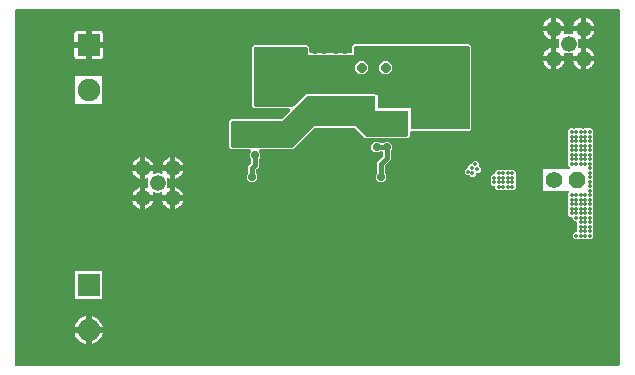
<source format=gbr>
G04 EAGLE Gerber RS-274X export*
G75*
%MOMM*%
%FSLAX34Y34*%
%LPD*%
%INBottom Copper*%
%IPPOS*%
%AMOC8*
5,1,8,0,0,1.08239X$1,22.5*%
G01*
%ADD10P,1.515346X8X202.500000*%
%ADD11C,1.400000*%
%ADD12R,1.905000X1.905000*%
%ADD13C,1.905000*%
%ADD14C,1.333500*%
%ADD15P,0.649434X8X22.500000*%
%ADD16C,0.381000*%
%ADD17P,0.324717X8X22.500000*%
%ADD18P,0.865912X8X22.500000*%

G36*
X511928Y1286D02*
X511928Y1286D01*
X512047Y1293D01*
X512085Y1306D01*
X512126Y1311D01*
X512236Y1354D01*
X512349Y1391D01*
X512384Y1413D01*
X512421Y1428D01*
X512517Y1497D01*
X512618Y1561D01*
X512646Y1591D01*
X512679Y1614D01*
X512755Y1706D01*
X512836Y1793D01*
X512856Y1828D01*
X512881Y1859D01*
X512932Y1967D01*
X512990Y2071D01*
X513000Y2111D01*
X513017Y2147D01*
X513039Y2264D01*
X513069Y2379D01*
X513073Y2439D01*
X513077Y2459D01*
X513075Y2480D01*
X513079Y2540D01*
X513079Y302260D01*
X513064Y302378D01*
X513057Y302497D01*
X513044Y302535D01*
X513039Y302576D01*
X512996Y302686D01*
X512959Y302799D01*
X512937Y302834D01*
X512922Y302871D01*
X512853Y302967D01*
X512789Y303068D01*
X512759Y303096D01*
X512736Y303129D01*
X512644Y303205D01*
X512557Y303286D01*
X512522Y303306D01*
X512491Y303331D01*
X512383Y303382D01*
X512279Y303440D01*
X512239Y303450D01*
X512203Y303467D01*
X512086Y303489D01*
X511971Y303519D01*
X511911Y303523D01*
X511891Y303527D01*
X511870Y303525D01*
X511810Y303529D01*
X2540Y303529D01*
X2422Y303514D01*
X2303Y303507D01*
X2265Y303494D01*
X2224Y303489D01*
X2114Y303446D01*
X2001Y303409D01*
X1966Y303387D01*
X1929Y303372D01*
X1833Y303303D01*
X1732Y303239D01*
X1704Y303209D01*
X1671Y303186D01*
X1595Y303094D01*
X1514Y303007D01*
X1494Y302972D01*
X1469Y302941D01*
X1418Y302833D01*
X1360Y302729D01*
X1350Y302689D01*
X1333Y302653D01*
X1311Y302536D01*
X1281Y302421D01*
X1277Y302361D01*
X1273Y302341D01*
X1275Y302320D01*
X1271Y302260D01*
X1271Y2540D01*
X1286Y2422D01*
X1293Y2303D01*
X1306Y2265D01*
X1311Y2224D01*
X1354Y2114D01*
X1391Y2001D01*
X1413Y1966D01*
X1428Y1929D01*
X1497Y1833D01*
X1561Y1732D01*
X1591Y1704D01*
X1614Y1671D01*
X1706Y1595D01*
X1793Y1514D01*
X1828Y1494D01*
X1859Y1469D01*
X1967Y1418D01*
X2071Y1360D01*
X2111Y1350D01*
X2147Y1333D01*
X2264Y1311D01*
X2379Y1281D01*
X2439Y1277D01*
X2459Y1273D01*
X2480Y1275D01*
X2540Y1271D01*
X511810Y1271D01*
X511928Y1286D01*
G37*
%LPC*%
G36*
X200056Y156765D02*
X200056Y156765D01*
X197405Y159416D01*
X197405Y163164D01*
X198128Y163887D01*
X198189Y163966D01*
X198257Y164038D01*
X198286Y164091D01*
X198323Y164139D01*
X198363Y164230D01*
X198411Y164316D01*
X198426Y164375D01*
X198450Y164431D01*
X198465Y164529D01*
X198490Y164624D01*
X198496Y164724D01*
X198500Y164745D01*
X198498Y164757D01*
X198500Y164785D01*
X198500Y170331D01*
X200669Y172499D01*
X200729Y172577D01*
X200797Y172649D01*
X200826Y172702D01*
X200863Y172750D01*
X200903Y172841D01*
X200951Y172928D01*
X200966Y172986D01*
X200990Y173042D01*
X201005Y173140D01*
X201030Y173236D01*
X201036Y173336D01*
X201040Y173356D01*
X201038Y173368D01*
X201040Y173396D01*
X201040Y176210D01*
X201028Y176308D01*
X201025Y176407D01*
X201008Y176466D01*
X201000Y176526D01*
X200964Y176618D01*
X200936Y176713D01*
X200906Y176765D01*
X200883Y176821D01*
X200825Y176901D01*
X200775Y176987D01*
X200709Y177062D01*
X200697Y177079D01*
X200687Y177087D01*
X200668Y177108D01*
X199945Y177831D01*
X199945Y181579D01*
X200857Y182491D01*
X200941Y182600D01*
X201030Y182707D01*
X201039Y182726D01*
X201052Y182742D01*
X201107Y182869D01*
X201166Y182995D01*
X201170Y183015D01*
X201178Y183034D01*
X201200Y183172D01*
X201226Y183308D01*
X201225Y183328D01*
X201228Y183348D01*
X201215Y183487D01*
X201206Y183625D01*
X201200Y183644D01*
X201198Y183664D01*
X201151Y183796D01*
X201108Y183927D01*
X201097Y183945D01*
X201090Y183964D01*
X201012Y184079D01*
X200938Y184196D01*
X200923Y184210D01*
X200912Y184227D01*
X200807Y184319D01*
X200706Y184414D01*
X200689Y184424D01*
X200673Y184437D01*
X200549Y184501D01*
X200428Y184568D01*
X200408Y184573D01*
X200390Y184582D01*
X200254Y184612D01*
X200120Y184647D01*
X200092Y184649D01*
X200080Y184652D01*
X200059Y184651D01*
X199959Y184657D01*
X184262Y184657D01*
X182625Y186294D01*
X182625Y208676D01*
X184262Y210313D01*
X226155Y210313D01*
X226253Y210325D01*
X226352Y210328D01*
X226410Y210345D01*
X226470Y210353D01*
X226562Y210389D01*
X226657Y210417D01*
X226710Y210447D01*
X226766Y210470D01*
X226846Y210528D01*
X226931Y210578D01*
X227007Y210644D01*
X227023Y210656D01*
X227031Y210666D01*
X227052Y210684D01*
X233656Y217289D01*
X233741Y217398D01*
X233830Y217505D01*
X233839Y217524D01*
X233851Y217540D01*
X233907Y217668D01*
X233966Y217793D01*
X233969Y217813D01*
X233977Y217832D01*
X233999Y217970D01*
X234025Y218106D01*
X234024Y218126D01*
X234027Y218146D01*
X234014Y218285D01*
X234006Y218423D01*
X233999Y218442D01*
X233998Y218462D01*
X233950Y218594D01*
X233908Y218725D01*
X233897Y218743D01*
X233890Y218762D01*
X233812Y218877D01*
X233737Y218994D01*
X233723Y219008D01*
X233711Y219025D01*
X233607Y219117D01*
X233506Y219212D01*
X233488Y219222D01*
X233473Y219235D01*
X233349Y219299D01*
X233227Y219366D01*
X233208Y219371D01*
X233190Y219380D01*
X233054Y219410D01*
X232919Y219445D01*
X232891Y219447D01*
X232879Y219450D01*
X232859Y219449D01*
X232759Y219455D01*
X203312Y219455D01*
X201675Y221092D01*
X201675Y271414D01*
X203312Y273051D01*
X248808Y273051D01*
X250445Y271414D01*
X250445Y267208D01*
X250460Y267090D01*
X250467Y266971D01*
X250480Y266933D01*
X250485Y266892D01*
X250528Y266782D01*
X250565Y266669D01*
X250587Y266634D01*
X250602Y266597D01*
X250671Y266501D01*
X250735Y266400D01*
X250765Y266372D01*
X250788Y266339D01*
X250880Y266263D01*
X250967Y266182D01*
X251002Y266162D01*
X251033Y266137D01*
X251141Y266086D01*
X251245Y266028D01*
X251285Y266018D01*
X251321Y266001D01*
X251438Y265979D01*
X251553Y265949D01*
X251613Y265945D01*
X251633Y265941D01*
X251654Y265943D01*
X251714Y265939D01*
X285496Y265939D01*
X285614Y265954D01*
X285733Y265961D01*
X285771Y265974D01*
X285812Y265979D01*
X285922Y266022D01*
X286035Y266059D01*
X286070Y266081D01*
X286107Y266096D01*
X286203Y266165D01*
X286304Y266229D01*
X286332Y266259D01*
X286365Y266282D01*
X286441Y266374D01*
X286522Y266461D01*
X286542Y266496D01*
X286567Y266527D01*
X286618Y266635D01*
X286676Y266739D01*
X286686Y266779D01*
X286703Y266815D01*
X286725Y266932D01*
X286755Y267047D01*
X286759Y267107D01*
X286763Y267127D01*
X286761Y267148D01*
X286765Y267208D01*
X286765Y271922D01*
X288402Y273559D01*
X385968Y273559D01*
X387605Y271922D01*
X387605Y201788D01*
X385968Y200151D01*
X336804Y200151D01*
X336686Y200136D01*
X336567Y200129D01*
X336529Y200116D01*
X336488Y200111D01*
X336378Y200068D01*
X336265Y200031D01*
X336230Y200009D01*
X336193Y199994D01*
X336097Y199925D01*
X335996Y199861D01*
X335968Y199831D01*
X335935Y199808D01*
X335859Y199716D01*
X335778Y199629D01*
X335758Y199594D01*
X335733Y199563D01*
X335682Y199455D01*
X335624Y199351D01*
X335614Y199311D01*
X335597Y199275D01*
X335575Y199158D01*
X335545Y199043D01*
X335541Y198983D01*
X335537Y198963D01*
X335539Y198942D01*
X335535Y198882D01*
X335535Y195692D01*
X333898Y194055D01*
X297800Y194055D01*
X289028Y202828D01*
X288950Y202888D01*
X288878Y202956D01*
X288825Y202985D01*
X288777Y203022D01*
X288686Y203062D01*
X288599Y203110D01*
X288541Y203125D01*
X288485Y203149D01*
X288387Y203164D01*
X288291Y203189D01*
X288191Y203195D01*
X288171Y203199D01*
X288159Y203197D01*
X288131Y203199D01*
X255937Y203199D01*
X255839Y203187D01*
X255740Y203184D01*
X255682Y203167D01*
X255622Y203159D01*
X255530Y203123D01*
X255435Y203095D01*
X255382Y203065D01*
X255326Y203042D01*
X255246Y202984D01*
X255161Y202934D01*
X255085Y202868D01*
X255069Y202856D01*
X255061Y202846D01*
X255040Y202828D01*
X236870Y184657D01*
X208981Y184657D01*
X208843Y184640D01*
X208705Y184627D01*
X208686Y184620D01*
X208665Y184617D01*
X208536Y184566D01*
X208405Y184519D01*
X208388Y184508D01*
X208370Y184500D01*
X208257Y184419D01*
X208142Y184341D01*
X208129Y184325D01*
X208112Y184314D01*
X208024Y184206D01*
X207932Y184102D01*
X207922Y184084D01*
X207910Y184069D01*
X207850Y183943D01*
X207787Y183819D01*
X207783Y183799D01*
X207774Y183781D01*
X207748Y183644D01*
X207717Y183509D01*
X207718Y183488D01*
X207714Y183469D01*
X207723Y183330D01*
X207727Y183191D01*
X207733Y183171D01*
X207734Y183151D01*
X207777Y183019D01*
X207815Y182885D01*
X207826Y182868D01*
X207832Y182849D01*
X207906Y182731D01*
X207977Y182611D01*
X207996Y182590D01*
X208002Y182580D01*
X208017Y182566D01*
X208083Y182491D01*
X208995Y181579D01*
X208995Y177831D01*
X208272Y177108D01*
X208211Y177029D01*
X208143Y176957D01*
X208114Y176904D01*
X208077Y176856D01*
X208037Y176765D01*
X207989Y176679D01*
X207974Y176620D01*
X207950Y176564D01*
X207935Y176466D01*
X207910Y176371D01*
X207904Y176271D01*
X207900Y176250D01*
X207902Y176238D01*
X207900Y176210D01*
X207900Y170029D01*
X205731Y167861D01*
X205671Y167783D01*
X205603Y167711D01*
X205574Y167658D01*
X205537Y167610D01*
X205497Y167519D01*
X205449Y167432D01*
X205434Y167374D01*
X205410Y167318D01*
X205395Y167220D01*
X205370Y167124D01*
X205364Y167024D01*
X205360Y167004D01*
X205362Y166992D01*
X205360Y166964D01*
X205360Y164785D01*
X205372Y164687D01*
X205375Y164588D01*
X205392Y164529D01*
X205400Y164469D01*
X205436Y164377D01*
X205464Y164282D01*
X205494Y164230D01*
X205517Y164174D01*
X205575Y164094D01*
X205625Y164008D01*
X205691Y163933D01*
X205703Y163916D01*
X205713Y163908D01*
X205732Y163887D01*
X206455Y163164D01*
X206455Y159416D01*
X203804Y156765D01*
X200056Y156765D01*
G37*
%LPD*%
G36*
X384928Y201692D02*
X384928Y201692D01*
X385047Y201699D01*
X385085Y201712D01*
X385126Y201717D01*
X385236Y201760D01*
X385349Y201797D01*
X385384Y201819D01*
X385421Y201834D01*
X385517Y201904D01*
X385618Y201967D01*
X385646Y201997D01*
X385679Y202020D01*
X385755Y202112D01*
X385836Y202199D01*
X385856Y202234D01*
X385881Y202265D01*
X385932Y202373D01*
X385990Y202477D01*
X386000Y202517D01*
X386017Y202553D01*
X386039Y202670D01*
X386069Y202785D01*
X386073Y202846D01*
X386077Y202866D01*
X386075Y202886D01*
X386079Y202946D01*
X386079Y270764D01*
X386064Y270882D01*
X386057Y271001D01*
X386044Y271039D01*
X386039Y271080D01*
X385996Y271190D01*
X385959Y271303D01*
X385937Y271338D01*
X385922Y271375D01*
X385853Y271471D01*
X385789Y271572D01*
X385759Y271600D01*
X385736Y271633D01*
X385644Y271709D01*
X385557Y271790D01*
X385522Y271810D01*
X385491Y271835D01*
X385383Y271886D01*
X385279Y271944D01*
X385239Y271954D01*
X385203Y271971D01*
X385086Y271993D01*
X384971Y272023D01*
X384911Y272027D01*
X384891Y272031D01*
X384870Y272029D01*
X384810Y272033D01*
X289560Y272033D01*
X289442Y272018D01*
X289323Y272011D01*
X289285Y271998D01*
X289244Y271993D01*
X289134Y271950D01*
X289021Y271913D01*
X288986Y271891D01*
X288949Y271876D01*
X288853Y271807D01*
X288752Y271743D01*
X288724Y271713D01*
X288691Y271690D01*
X288616Y271598D01*
X288534Y271511D01*
X288514Y271476D01*
X288489Y271445D01*
X288438Y271337D01*
X288380Y271233D01*
X288370Y271193D01*
X288353Y271157D01*
X288331Y271040D01*
X288301Y270925D01*
X288297Y270865D01*
X288293Y270845D01*
X288295Y270824D01*
X288291Y270764D01*
X288291Y264413D01*
X248919Y264413D01*
X248919Y270256D01*
X248904Y270374D01*
X248897Y270493D01*
X248884Y270531D01*
X248879Y270572D01*
X248836Y270682D01*
X248799Y270795D01*
X248777Y270830D01*
X248762Y270867D01*
X248693Y270963D01*
X248629Y271064D01*
X248599Y271092D01*
X248576Y271125D01*
X248484Y271201D01*
X248397Y271282D01*
X248362Y271302D01*
X248331Y271327D01*
X248223Y271378D01*
X248119Y271436D01*
X248079Y271446D01*
X248043Y271463D01*
X247926Y271485D01*
X247811Y271515D01*
X247751Y271519D01*
X247731Y271523D01*
X247710Y271521D01*
X247650Y271525D01*
X204470Y271525D01*
X204352Y271510D01*
X204233Y271503D01*
X204195Y271490D01*
X204154Y271485D01*
X204044Y271442D01*
X203931Y271405D01*
X203896Y271383D01*
X203859Y271368D01*
X203763Y271299D01*
X203662Y271235D01*
X203634Y271205D01*
X203601Y271182D01*
X203526Y271090D01*
X203444Y271003D01*
X203424Y270968D01*
X203399Y270937D01*
X203348Y270829D01*
X203290Y270725D01*
X203280Y270685D01*
X203263Y270649D01*
X203241Y270532D01*
X203211Y270417D01*
X203207Y270357D01*
X203203Y270337D01*
X203205Y270316D01*
X203203Y270297D01*
X203201Y270256D01*
X203201Y222250D01*
X203216Y222132D01*
X203223Y222013D01*
X203236Y221975D01*
X203241Y221934D01*
X203284Y221824D01*
X203321Y221711D01*
X203343Y221676D01*
X203358Y221639D01*
X203428Y221543D01*
X203491Y221442D01*
X203521Y221414D01*
X203544Y221381D01*
X203636Y221306D01*
X203723Y221224D01*
X203758Y221204D01*
X203789Y221179D01*
X203897Y221128D01*
X204001Y221070D01*
X204041Y221060D01*
X204077Y221043D01*
X204194Y221021D01*
X204309Y220991D01*
X204370Y220987D01*
X204390Y220983D01*
X204410Y220985D01*
X204470Y220981D01*
X236220Y220981D01*
X236318Y220993D01*
X236417Y220996D01*
X236475Y221013D01*
X236536Y221021D01*
X236628Y221057D01*
X236723Y221085D01*
X236775Y221115D01*
X236831Y221138D01*
X236911Y221196D01*
X236997Y221246D01*
X237072Y221312D01*
X237089Y221324D01*
X237096Y221334D01*
X237118Y221353D01*
X246906Y231141D01*
X246983Y231141D01*
X247081Y231153D01*
X247180Y231156D01*
X247238Y231173D01*
X247298Y231181D01*
X247390Y231217D01*
X247485Y231245D01*
X247538Y231275D01*
X247594Y231298D01*
X247674Y231356D01*
X247740Y231395D01*
X305979Y231395D01*
X305990Y231384D01*
X306043Y231355D01*
X306091Y231318D01*
X306182Y231278D01*
X306269Y231230D01*
X306327Y231215D01*
X306383Y231191D01*
X306481Y231176D01*
X306577Y231151D01*
X306677Y231145D01*
X306697Y231141D01*
X306709Y231143D01*
X306737Y231141D01*
X308611Y231141D01*
X308611Y220980D01*
X308626Y220862D01*
X308633Y220743D01*
X308646Y220705D01*
X308651Y220664D01*
X308694Y220554D01*
X308731Y220441D01*
X308753Y220406D01*
X308768Y220369D01*
X308838Y220273D01*
X308901Y220172D01*
X308931Y220144D01*
X308954Y220111D01*
X309046Y220036D01*
X309133Y219954D01*
X309168Y219934D01*
X309199Y219909D01*
X309307Y219858D01*
X309411Y219800D01*
X309451Y219790D01*
X309487Y219773D01*
X309604Y219751D01*
X309719Y219721D01*
X309780Y219717D01*
X309800Y219713D01*
X309820Y219715D01*
X309880Y219711D01*
X336551Y219711D01*
X336551Y202946D01*
X336566Y202828D01*
X336573Y202709D01*
X336586Y202671D01*
X336591Y202630D01*
X336634Y202520D01*
X336671Y202407D01*
X336693Y202372D01*
X336708Y202335D01*
X336778Y202239D01*
X336841Y202138D01*
X336871Y202110D01*
X336894Y202077D01*
X336986Y202002D01*
X337073Y201920D01*
X337108Y201900D01*
X337139Y201875D01*
X337247Y201824D01*
X337351Y201766D01*
X337391Y201756D01*
X337427Y201739D01*
X337544Y201717D01*
X337659Y201687D01*
X337720Y201683D01*
X337740Y201679D01*
X337760Y201681D01*
X337820Y201677D01*
X384810Y201677D01*
X384928Y201692D01*
G37*
G36*
X235810Y186195D02*
X235810Y186195D01*
X235909Y186198D01*
X235967Y186215D01*
X236028Y186223D01*
X236120Y186259D01*
X236215Y186287D01*
X236267Y186317D01*
X236323Y186340D01*
X236403Y186398D01*
X236489Y186448D01*
X236564Y186514D01*
X236581Y186526D01*
X236588Y186536D01*
X236610Y186555D01*
X254780Y204725D01*
X289288Y204725D01*
X298061Y195953D01*
X298139Y195892D01*
X298211Y195824D01*
X298264Y195795D01*
X298312Y195758D01*
X298403Y195718D01*
X298489Y195670D01*
X298548Y195655D01*
X298604Y195631D01*
X298702Y195616D01*
X298797Y195591D01*
X298897Y195585D01*
X298918Y195581D01*
X298930Y195583D01*
X298958Y195581D01*
X332740Y195581D01*
X332858Y195596D01*
X332977Y195603D01*
X333015Y195616D01*
X333056Y195621D01*
X333166Y195664D01*
X333279Y195701D01*
X333314Y195723D01*
X333351Y195738D01*
X333447Y195808D01*
X333548Y195871D01*
X333576Y195901D01*
X333609Y195924D01*
X333685Y196016D01*
X333766Y196103D01*
X333786Y196138D01*
X333811Y196169D01*
X333862Y196277D01*
X333920Y196381D01*
X333930Y196421D01*
X333947Y196457D01*
X333969Y196574D01*
X333999Y196689D01*
X334003Y196750D01*
X334007Y196770D01*
X334005Y196790D01*
X334009Y196850D01*
X334009Y215900D01*
X333994Y216018D01*
X333987Y216137D01*
X333974Y216175D01*
X333969Y216216D01*
X333926Y216326D01*
X333889Y216439D01*
X333867Y216474D01*
X333852Y216511D01*
X333783Y216607D01*
X333719Y216708D01*
X333689Y216736D01*
X333666Y216769D01*
X333574Y216845D01*
X333487Y216926D01*
X333452Y216946D01*
X333421Y216971D01*
X333313Y217022D01*
X333209Y217080D01*
X333169Y217090D01*
X333133Y217107D01*
X333016Y217129D01*
X332901Y217159D01*
X332841Y217163D01*
X332821Y217167D01*
X332800Y217165D01*
X332740Y217169D01*
X306069Y217169D01*
X306069Y228600D01*
X306054Y228718D01*
X306047Y228837D01*
X306034Y228875D01*
X306029Y228916D01*
X305986Y229026D01*
X305949Y229139D01*
X305927Y229174D01*
X305912Y229211D01*
X305843Y229307D01*
X305779Y229408D01*
X305749Y229436D01*
X305726Y229469D01*
X305634Y229545D01*
X305547Y229626D01*
X305512Y229646D01*
X305481Y229671D01*
X305373Y229722D01*
X305269Y229780D01*
X305229Y229790D01*
X305193Y229807D01*
X305076Y229829D01*
X304961Y229859D01*
X304901Y229863D01*
X304881Y229867D01*
X304860Y229865D01*
X304800Y229869D01*
X248920Y229869D01*
X248822Y229857D01*
X248723Y229854D01*
X248665Y229837D01*
X248604Y229829D01*
X248512Y229793D01*
X248417Y229765D01*
X248365Y229735D01*
X248309Y229712D01*
X248229Y229654D01*
X248143Y229604D01*
X248068Y229538D01*
X248051Y229526D01*
X248044Y229516D01*
X248023Y229498D01*
X227312Y208787D01*
X185420Y208787D01*
X185302Y208772D01*
X185183Y208765D01*
X185145Y208752D01*
X185104Y208747D01*
X184994Y208704D01*
X184881Y208667D01*
X184846Y208645D01*
X184809Y208630D01*
X184713Y208561D01*
X184612Y208497D01*
X184584Y208467D01*
X184551Y208444D01*
X184476Y208352D01*
X184394Y208265D01*
X184374Y208230D01*
X184349Y208199D01*
X184298Y208091D01*
X184240Y207987D01*
X184230Y207947D01*
X184213Y207911D01*
X184191Y207794D01*
X184161Y207679D01*
X184157Y207619D01*
X184153Y207599D01*
X184155Y207578D01*
X184151Y207518D01*
X184151Y187452D01*
X184166Y187334D01*
X184173Y187215D01*
X184186Y187177D01*
X184191Y187136D01*
X184234Y187026D01*
X184271Y186913D01*
X184293Y186878D01*
X184308Y186841D01*
X184378Y186745D01*
X184441Y186644D01*
X184471Y186616D01*
X184494Y186583D01*
X184586Y186508D01*
X184673Y186426D01*
X184708Y186406D01*
X184739Y186381D01*
X184847Y186330D01*
X184951Y186272D01*
X184991Y186262D01*
X185027Y186245D01*
X185144Y186223D01*
X185259Y186193D01*
X185320Y186189D01*
X185340Y186185D01*
X185360Y186187D01*
X185420Y186183D01*
X235712Y186183D01*
X235810Y186195D01*
G37*
%LPC*%
G36*
X474997Y108735D02*
X474997Y108735D01*
X473225Y110507D01*
X473225Y113013D01*
X474997Y114785D01*
X475766Y114785D01*
X475884Y114800D01*
X476003Y114807D01*
X476041Y114820D01*
X476082Y114825D01*
X476192Y114868D01*
X476305Y114905D01*
X476340Y114927D01*
X476377Y114942D01*
X476473Y115011D01*
X476574Y115075D01*
X476602Y115105D01*
X476635Y115128D01*
X476711Y115220D01*
X476792Y115307D01*
X476812Y115342D01*
X476837Y115373D01*
X476888Y115481D01*
X476946Y115585D01*
X476956Y115625D01*
X476973Y115661D01*
X476995Y115778D01*
X477025Y115893D01*
X477029Y115953D01*
X477033Y115973D01*
X477031Y115994D01*
X477035Y116054D01*
X477035Y116944D01*
X477086Y117044D01*
X477095Y117083D01*
X477111Y117120D01*
X477130Y117238D01*
X477156Y117354D01*
X477155Y117395D01*
X477161Y117435D01*
X477150Y117553D01*
X477146Y117672D01*
X477135Y117711D01*
X477131Y117751D01*
X477091Y117863D01*
X477058Y117978D01*
X477037Y118012D01*
X477035Y118018D01*
X477035Y120754D01*
X477086Y120854D01*
X477095Y120893D01*
X477111Y120930D01*
X477130Y121048D01*
X477156Y121164D01*
X477155Y121205D01*
X477161Y121245D01*
X477150Y121363D01*
X477146Y121482D01*
X477135Y121521D01*
X477131Y121561D01*
X477091Y121673D01*
X477058Y121788D01*
X477037Y121822D01*
X477035Y121828D01*
X477035Y122706D01*
X477020Y122824D01*
X477013Y122943D01*
X477000Y122981D01*
X476995Y123022D01*
X476952Y123132D01*
X476915Y123245D01*
X476893Y123280D01*
X476878Y123317D01*
X476809Y123413D01*
X476745Y123514D01*
X476715Y123542D01*
X476692Y123575D01*
X476600Y123651D01*
X476513Y123732D01*
X476478Y123752D01*
X476447Y123777D01*
X476339Y123828D01*
X476235Y123886D01*
X476195Y123896D01*
X476159Y123913D01*
X476042Y123935D01*
X475927Y123965D01*
X475867Y123969D01*
X475847Y123973D01*
X475826Y123971D01*
X475766Y123975D01*
X474997Y123975D01*
X473225Y125747D01*
X473225Y126516D01*
X473210Y126634D01*
X473203Y126753D01*
X473190Y126791D01*
X473185Y126832D01*
X473142Y126942D01*
X473105Y127055D01*
X473083Y127090D01*
X473068Y127127D01*
X472999Y127223D01*
X472935Y127324D01*
X472905Y127352D01*
X472882Y127385D01*
X472790Y127461D01*
X472703Y127542D01*
X472668Y127562D01*
X472637Y127587D01*
X472529Y127638D01*
X472425Y127696D01*
X472385Y127706D01*
X472349Y127723D01*
X472232Y127745D01*
X472117Y127775D01*
X472057Y127779D01*
X472037Y127783D01*
X472016Y127781D01*
X471956Y127785D01*
X471187Y127785D01*
X469415Y129557D01*
X469415Y132184D01*
X469466Y132284D01*
X469475Y132323D01*
X469491Y132360D01*
X469510Y132478D01*
X469536Y132594D01*
X469535Y132635D01*
X469541Y132675D01*
X469530Y132793D01*
X469526Y132912D01*
X469515Y132951D01*
X469511Y132991D01*
X469471Y133103D01*
X469438Y133218D01*
X469417Y133252D01*
X469415Y133258D01*
X469415Y135994D01*
X469466Y136094D01*
X469475Y136133D01*
X469491Y136170D01*
X469510Y136288D01*
X469536Y136404D01*
X469535Y136445D01*
X469541Y136485D01*
X469530Y136603D01*
X469526Y136722D01*
X469515Y136761D01*
X469511Y136801D01*
X469471Y136913D01*
X469438Y137028D01*
X469417Y137062D01*
X469415Y137068D01*
X469415Y139804D01*
X469466Y139904D01*
X469475Y139943D01*
X469491Y139980D01*
X469510Y140098D01*
X469536Y140214D01*
X469535Y140255D01*
X469541Y140295D01*
X469530Y140413D01*
X469526Y140532D01*
X469515Y140571D01*
X469511Y140611D01*
X469471Y140723D01*
X469438Y140838D01*
X469417Y140872D01*
X469415Y140878D01*
X469415Y143614D01*
X469466Y143714D01*
X469475Y143753D01*
X469491Y143790D01*
X469510Y143908D01*
X469536Y144024D01*
X469535Y144065D01*
X469541Y144105D01*
X469530Y144223D01*
X469526Y144342D01*
X469515Y144381D01*
X469511Y144421D01*
X469471Y144533D01*
X469438Y144648D01*
X469417Y144682D01*
X469415Y144688D01*
X469415Y147303D01*
X469678Y147565D01*
X469763Y147675D01*
X469852Y147782D01*
X469860Y147801D01*
X469873Y147817D01*
X469928Y147945D01*
X469987Y148070D01*
X469991Y148090D01*
X469999Y148109D01*
X470021Y148247D01*
X470047Y148383D01*
X470046Y148403D01*
X470049Y148423D01*
X470036Y148562D01*
X470027Y148700D01*
X470021Y148719D01*
X470019Y148739D01*
X469972Y148870D01*
X469929Y149002D01*
X469919Y149020D01*
X469912Y149039D01*
X469834Y149153D01*
X469759Y149271D01*
X469744Y149285D01*
X469733Y149302D01*
X469629Y149394D01*
X469528Y149489D01*
X469510Y149499D01*
X469495Y149512D01*
X469371Y149575D01*
X469249Y149643D01*
X469229Y149648D01*
X469211Y149657D01*
X469076Y149687D01*
X468941Y149722D01*
X468913Y149724D01*
X468901Y149727D01*
X468881Y149726D01*
X468780Y149732D01*
X448511Y149732D01*
X448436Y149807D01*
X448436Y167693D01*
X448511Y167768D01*
X470050Y167768D01*
X470188Y167785D01*
X470327Y167798D01*
X470346Y167805D01*
X470366Y167808D01*
X470495Y167859D01*
X470626Y167906D01*
X470643Y167917D01*
X470662Y167925D01*
X470774Y168006D01*
X470889Y168084D01*
X470903Y168100D01*
X470919Y168111D01*
X471008Y168219D01*
X471100Y168323D01*
X471109Y168341D01*
X471122Y168356D01*
X471181Y168482D01*
X471244Y168606D01*
X471249Y168626D01*
X471257Y168644D01*
X471283Y168781D01*
X471314Y168916D01*
X471313Y168937D01*
X471317Y168956D01*
X471309Y169095D01*
X471304Y169234D01*
X471299Y169254D01*
X471297Y169274D01*
X471255Y169406D01*
X471216Y169540D01*
X471206Y169557D01*
X471199Y169576D01*
X471125Y169694D01*
X471054Y169814D01*
X471036Y169835D01*
X471029Y169845D01*
X471014Y169859D01*
X470948Y169934D01*
X469415Y171467D01*
X469415Y174094D01*
X469466Y174194D01*
X469475Y174233D01*
X469491Y174270D01*
X469510Y174388D01*
X469536Y174504D01*
X469535Y174545D01*
X469541Y174585D01*
X469530Y174703D01*
X469526Y174822D01*
X469515Y174861D01*
X469511Y174901D01*
X469471Y175013D01*
X469438Y175128D01*
X469417Y175162D01*
X469415Y175168D01*
X469415Y177904D01*
X469466Y178004D01*
X469475Y178043D01*
X469491Y178080D01*
X469510Y178198D01*
X469536Y178314D01*
X469535Y178355D01*
X469541Y178395D01*
X469530Y178513D01*
X469526Y178632D01*
X469515Y178671D01*
X469511Y178711D01*
X469471Y178823D01*
X469438Y178938D01*
X469417Y178972D01*
X469415Y178978D01*
X469415Y181714D01*
X469466Y181814D01*
X469475Y181853D01*
X469491Y181890D01*
X469510Y182008D01*
X469536Y182124D01*
X469535Y182165D01*
X469541Y182205D01*
X469530Y182323D01*
X469526Y182442D01*
X469515Y182481D01*
X469511Y182521D01*
X469471Y182633D01*
X469438Y182748D01*
X469417Y182782D01*
X469415Y182788D01*
X469415Y185524D01*
X469466Y185624D01*
X469475Y185663D01*
X469491Y185700D01*
X469510Y185818D01*
X469536Y185934D01*
X469535Y185975D01*
X469541Y186015D01*
X469530Y186133D01*
X469526Y186252D01*
X469515Y186291D01*
X469511Y186331D01*
X469471Y186443D01*
X469438Y186558D01*
X469417Y186592D01*
X469415Y186598D01*
X469415Y189334D01*
X469466Y189434D01*
X469475Y189473D01*
X469491Y189510D01*
X469510Y189628D01*
X469536Y189744D01*
X469535Y189785D01*
X469541Y189825D01*
X469530Y189943D01*
X469526Y190062D01*
X469515Y190101D01*
X469511Y190141D01*
X469471Y190253D01*
X469438Y190368D01*
X469417Y190402D01*
X469415Y190408D01*
X469415Y193144D01*
X469466Y193244D01*
X469475Y193283D01*
X469491Y193320D01*
X469510Y193438D01*
X469536Y193554D01*
X469535Y193595D01*
X469541Y193635D01*
X469530Y193753D01*
X469526Y193872D01*
X469515Y193911D01*
X469511Y193951D01*
X469471Y194063D01*
X469438Y194178D01*
X469417Y194212D01*
X469415Y194218D01*
X469415Y196954D01*
X469466Y197054D01*
X469475Y197093D01*
X469491Y197130D01*
X469510Y197248D01*
X469536Y197364D01*
X469535Y197405D01*
X469541Y197445D01*
X469530Y197563D01*
X469526Y197682D01*
X469515Y197721D01*
X469511Y197761D01*
X469471Y197873D01*
X469438Y197988D01*
X469417Y198022D01*
X469415Y198028D01*
X469415Y200643D01*
X471187Y202415D01*
X473814Y202415D01*
X473914Y202364D01*
X473954Y202355D01*
X473991Y202339D01*
X474108Y202320D01*
X474225Y202294D01*
X474265Y202295D01*
X474305Y202289D01*
X474423Y202300D01*
X474542Y202304D01*
X474581Y202315D01*
X474621Y202319D01*
X474734Y202359D01*
X474848Y202392D01*
X474883Y202413D01*
X474888Y202415D01*
X477624Y202415D01*
X477724Y202364D01*
X477763Y202355D01*
X477800Y202339D01*
X477918Y202320D01*
X478034Y202294D01*
X478075Y202295D01*
X478115Y202289D01*
X478233Y202300D01*
X478352Y202304D01*
X478391Y202315D01*
X478431Y202319D01*
X478543Y202359D01*
X478658Y202392D01*
X478692Y202413D01*
X478698Y202415D01*
X481434Y202415D01*
X481534Y202364D01*
X481573Y202355D01*
X481610Y202339D01*
X481728Y202320D01*
X481844Y202294D01*
X481885Y202295D01*
X481925Y202289D01*
X482043Y202300D01*
X482162Y202304D01*
X482201Y202315D01*
X482241Y202319D01*
X482353Y202359D01*
X482468Y202392D01*
X482502Y202413D01*
X482508Y202415D01*
X485244Y202415D01*
X485344Y202364D01*
X485383Y202355D01*
X485420Y202339D01*
X485538Y202320D01*
X485654Y202294D01*
X485695Y202295D01*
X485735Y202289D01*
X485853Y202300D01*
X485972Y202304D01*
X486011Y202315D01*
X486051Y202319D01*
X486163Y202359D01*
X486278Y202392D01*
X486312Y202413D01*
X486318Y202415D01*
X488933Y202415D01*
X490705Y200643D01*
X490705Y198016D01*
X490654Y197916D01*
X490645Y197876D01*
X490629Y197839D01*
X490610Y197722D01*
X490584Y197605D01*
X490585Y197565D01*
X490579Y197525D01*
X490590Y197407D01*
X490594Y197288D01*
X490605Y197249D01*
X490609Y197209D01*
X490649Y197096D01*
X490682Y196982D01*
X490703Y196947D01*
X490705Y196942D01*
X490705Y194206D01*
X490654Y194106D01*
X490645Y194066D01*
X490629Y194029D01*
X490610Y193912D01*
X490584Y193795D01*
X490585Y193755D01*
X490579Y193715D01*
X490590Y193596D01*
X490594Y193478D01*
X490605Y193439D01*
X490609Y193399D01*
X490649Y193286D01*
X490682Y193172D01*
X490703Y193137D01*
X490705Y193132D01*
X490705Y190396D01*
X490654Y190296D01*
X490645Y190257D01*
X490629Y190220D01*
X490610Y190102D01*
X490584Y189986D01*
X490585Y189945D01*
X490579Y189905D01*
X490590Y189787D01*
X490594Y189668D01*
X490605Y189629D01*
X490609Y189589D01*
X490649Y189477D01*
X490682Y189362D01*
X490703Y189328D01*
X490705Y189322D01*
X490705Y186586D01*
X490654Y186486D01*
X490645Y186446D01*
X490629Y186409D01*
X490610Y186292D01*
X490584Y186175D01*
X490585Y186135D01*
X490579Y186095D01*
X490590Y185977D01*
X490594Y185858D01*
X490605Y185819D01*
X490609Y185779D01*
X490649Y185666D01*
X490682Y185552D01*
X490703Y185517D01*
X490705Y185512D01*
X490705Y182776D01*
X490654Y182676D01*
X490645Y182636D01*
X490629Y182599D01*
X490610Y182482D01*
X490584Y182365D01*
X490585Y182325D01*
X490579Y182285D01*
X490590Y182167D01*
X490594Y182048D01*
X490605Y182009D01*
X490609Y181969D01*
X490649Y181856D01*
X490682Y181742D01*
X490703Y181707D01*
X490705Y181702D01*
X490705Y178966D01*
X490654Y178866D01*
X490645Y178826D01*
X490629Y178789D01*
X490610Y178672D01*
X490584Y178555D01*
X490585Y178515D01*
X490579Y178475D01*
X490590Y178357D01*
X490594Y178238D01*
X490605Y178199D01*
X490609Y178159D01*
X490649Y178046D01*
X490682Y177932D01*
X490703Y177897D01*
X490705Y177892D01*
X490705Y175156D01*
X490654Y175056D01*
X490645Y175016D01*
X490629Y174979D01*
X490610Y174862D01*
X490584Y174745D01*
X490585Y174705D01*
X490579Y174665D01*
X490590Y174547D01*
X490594Y174428D01*
X490605Y174389D01*
X490609Y174349D01*
X490649Y174236D01*
X490682Y174122D01*
X490703Y174087D01*
X490705Y174082D01*
X490705Y171346D01*
X490654Y171246D01*
X490645Y171206D01*
X490629Y171169D01*
X490610Y171052D01*
X490584Y170935D01*
X490585Y170895D01*
X490579Y170855D01*
X490590Y170737D01*
X490594Y170618D01*
X490605Y170579D01*
X490609Y170539D01*
X490649Y170426D01*
X490682Y170312D01*
X490703Y170277D01*
X490705Y170272D01*
X490705Y167536D01*
X490654Y167436D01*
X490645Y167396D01*
X490629Y167359D01*
X490610Y167242D01*
X490584Y167125D01*
X490585Y167085D01*
X490579Y167045D01*
X490590Y166927D01*
X490594Y166808D01*
X490605Y166769D01*
X490609Y166729D01*
X490649Y166616D01*
X490682Y166502D01*
X490703Y166467D01*
X490705Y166462D01*
X490705Y163726D01*
X490654Y163626D01*
X490645Y163586D01*
X490629Y163549D01*
X490610Y163432D01*
X490584Y163315D01*
X490585Y163275D01*
X490579Y163235D01*
X490590Y163117D01*
X490594Y162998D01*
X490605Y162959D01*
X490609Y162919D01*
X490649Y162806D01*
X490682Y162692D01*
X490703Y162657D01*
X490705Y162652D01*
X490705Y159916D01*
X490654Y159816D01*
X490645Y159776D01*
X490629Y159739D01*
X490610Y159622D01*
X490584Y159505D01*
X490585Y159465D01*
X490579Y159425D01*
X490590Y159307D01*
X490594Y159188D01*
X490605Y159149D01*
X490609Y159109D01*
X490649Y158996D01*
X490682Y158882D01*
X490703Y158847D01*
X490705Y158842D01*
X490705Y156106D01*
X490654Y156006D01*
X490645Y155966D01*
X490629Y155929D01*
X490610Y155812D01*
X490584Y155695D01*
X490585Y155655D01*
X490579Y155615D01*
X490590Y155497D01*
X490594Y155378D01*
X490605Y155339D01*
X490609Y155299D01*
X490649Y155186D01*
X490682Y155072D01*
X490703Y155037D01*
X490705Y155032D01*
X490705Y152296D01*
X490654Y152196D01*
X490645Y152156D01*
X490629Y152119D01*
X490610Y152002D01*
X490584Y151885D01*
X490585Y151845D01*
X490579Y151805D01*
X490590Y151687D01*
X490594Y151568D01*
X490605Y151529D01*
X490609Y151489D01*
X490649Y151376D01*
X490682Y151262D01*
X490703Y151227D01*
X490705Y151222D01*
X490705Y148486D01*
X490654Y148386D01*
X490645Y148346D01*
X490629Y148309D01*
X490610Y148192D01*
X490584Y148075D01*
X490585Y148035D01*
X490579Y147995D01*
X490590Y147877D01*
X490594Y147758D01*
X490605Y147719D01*
X490609Y147679D01*
X490649Y147566D01*
X490682Y147452D01*
X490703Y147417D01*
X490705Y147412D01*
X490705Y144676D01*
X490654Y144576D01*
X490645Y144537D01*
X490629Y144500D01*
X490610Y144382D01*
X490584Y144266D01*
X490585Y144225D01*
X490579Y144185D01*
X490590Y144067D01*
X490594Y143948D01*
X490605Y143909D01*
X490609Y143869D01*
X490649Y143757D01*
X490682Y143642D01*
X490703Y143608D01*
X490705Y143602D01*
X490705Y140866D01*
X490654Y140766D01*
X490645Y140726D01*
X490629Y140689D01*
X490610Y140572D01*
X490584Y140455D01*
X490585Y140415D01*
X490579Y140375D01*
X490590Y140257D01*
X490594Y140138D01*
X490605Y140099D01*
X490609Y140059D01*
X490649Y139946D01*
X490682Y139832D01*
X490703Y139797D01*
X490705Y139792D01*
X490705Y137056D01*
X490654Y136956D01*
X490645Y136916D01*
X490629Y136879D01*
X490610Y136762D01*
X490584Y136645D01*
X490585Y136605D01*
X490579Y136565D01*
X490590Y136447D01*
X490594Y136328D01*
X490605Y136289D01*
X490609Y136249D01*
X490649Y136136D01*
X490682Y136022D01*
X490703Y135987D01*
X490705Y135982D01*
X490705Y133246D01*
X490654Y133146D01*
X490645Y133106D01*
X490629Y133069D01*
X490610Y132952D01*
X490584Y132835D01*
X490585Y132795D01*
X490579Y132755D01*
X490590Y132637D01*
X490594Y132518D01*
X490605Y132479D01*
X490609Y132439D01*
X490649Y132326D01*
X490682Y132212D01*
X490703Y132177D01*
X490705Y132172D01*
X490705Y129436D01*
X490654Y129336D01*
X490645Y129296D01*
X490629Y129259D01*
X490610Y129142D01*
X490584Y129025D01*
X490585Y128985D01*
X490579Y128945D01*
X490590Y128827D01*
X490594Y128708D01*
X490605Y128669D01*
X490609Y128629D01*
X490649Y128516D01*
X490682Y128402D01*
X490703Y128367D01*
X490705Y128362D01*
X490705Y125626D01*
X490654Y125526D01*
X490645Y125486D01*
X490629Y125449D01*
X490610Y125332D01*
X490584Y125215D01*
X490585Y125175D01*
X490579Y125135D01*
X490590Y125017D01*
X490594Y124898D01*
X490605Y124859D01*
X490609Y124819D01*
X490649Y124706D01*
X490682Y124592D01*
X490703Y124557D01*
X490705Y124552D01*
X490705Y121816D01*
X490654Y121716D01*
X490645Y121676D01*
X490629Y121639D01*
X490610Y121522D01*
X490584Y121405D01*
X490585Y121365D01*
X490579Y121325D01*
X490590Y121207D01*
X490594Y121088D01*
X490605Y121049D01*
X490609Y121009D01*
X490649Y120896D01*
X490682Y120782D01*
X490703Y120747D01*
X490705Y120742D01*
X490705Y118006D01*
X490654Y117906D01*
X490645Y117866D01*
X490629Y117829D01*
X490610Y117712D01*
X490584Y117595D01*
X490585Y117555D01*
X490579Y117515D01*
X490590Y117397D01*
X490594Y117278D01*
X490605Y117239D01*
X490609Y117199D01*
X490649Y117086D01*
X490682Y116972D01*
X490703Y116937D01*
X490705Y116932D01*
X490705Y114196D01*
X490654Y114096D01*
X490645Y114056D01*
X490629Y114019D01*
X490610Y113902D01*
X490584Y113785D01*
X490585Y113745D01*
X490579Y113705D01*
X490590Y113587D01*
X490594Y113468D01*
X490605Y113429D01*
X490609Y113389D01*
X490649Y113276D01*
X490682Y113162D01*
X490703Y113127D01*
X490705Y113122D01*
X490705Y110507D01*
X488933Y108735D01*
X486306Y108735D01*
X486206Y108786D01*
X486166Y108795D01*
X486129Y108811D01*
X486012Y108830D01*
X485895Y108856D01*
X485855Y108855D01*
X485815Y108861D01*
X485697Y108850D01*
X485578Y108846D01*
X485539Y108835D01*
X485499Y108831D01*
X485386Y108791D01*
X485272Y108758D01*
X485237Y108737D01*
X485232Y108735D01*
X482496Y108735D01*
X482396Y108786D01*
X482357Y108795D01*
X482320Y108811D01*
X482202Y108830D01*
X482086Y108856D01*
X482045Y108855D01*
X482005Y108861D01*
X481887Y108850D01*
X481768Y108846D01*
X481729Y108835D01*
X481689Y108831D01*
X481577Y108791D01*
X481462Y108758D01*
X481428Y108737D01*
X481422Y108735D01*
X478686Y108735D01*
X478586Y108786D01*
X478546Y108795D01*
X478509Y108811D01*
X478392Y108830D01*
X478275Y108856D01*
X478235Y108855D01*
X478195Y108861D01*
X478077Y108850D01*
X477958Y108846D01*
X477919Y108835D01*
X477879Y108831D01*
X477766Y108791D01*
X477652Y108758D01*
X477617Y108737D01*
X477612Y108735D01*
X474997Y108735D01*
G37*
%LPD*%
%LPC*%
G36*
X52017Y58292D02*
X52017Y58292D01*
X51942Y58367D01*
X51942Y81333D01*
X52017Y81408D01*
X74983Y81408D01*
X75058Y81333D01*
X75058Y58367D01*
X74983Y58292D01*
X52017Y58292D01*
G37*
%LPD*%
%LPC*%
G36*
X52017Y223392D02*
X52017Y223392D01*
X51942Y223467D01*
X51942Y246433D01*
X52017Y246508D01*
X74983Y246508D01*
X75058Y246433D01*
X75058Y223467D01*
X74983Y223392D01*
X52017Y223392D01*
G37*
%LPD*%
%LPC*%
G36*
X111442Y145732D02*
X111442Y145732D01*
X111442Y152470D01*
X112475Y152135D01*
X112563Y152118D01*
X112648Y152091D01*
X112718Y152088D01*
X112787Y152075D01*
X112877Y152081D01*
X112966Y152076D01*
X113035Y152090D01*
X113105Y152095D01*
X113190Y152122D01*
X113277Y152141D01*
X113340Y152171D01*
X113407Y152193D01*
X113483Y152241D01*
X113563Y152280D01*
X113616Y152326D01*
X113676Y152363D01*
X113737Y152429D01*
X113805Y152487D01*
X113845Y152544D01*
X113894Y152595D01*
X113937Y152673D01*
X113988Y152747D01*
X114013Y152812D01*
X114047Y152874D01*
X114069Y152960D01*
X114101Y153044D01*
X114109Y153114D01*
X114126Y153182D01*
X114126Y153271D01*
X114136Y153360D01*
X114126Y153430D01*
X114126Y153500D01*
X114104Y153586D01*
X114092Y153675D01*
X114051Y153793D01*
X114048Y153808D01*
X114044Y153814D01*
X114040Y153827D01*
X113728Y154580D01*
X113728Y157840D01*
X114040Y158593D01*
X114063Y158679D01*
X114096Y158762D01*
X114105Y158832D01*
X114124Y158899D01*
X114125Y158989D01*
X114136Y159078D01*
X114128Y159147D01*
X114129Y159217D01*
X114108Y159305D01*
X114097Y159393D01*
X114071Y159458D01*
X114055Y159527D01*
X114013Y159606D01*
X113980Y159689D01*
X113939Y159746D01*
X113906Y159808D01*
X113846Y159874D01*
X113793Y159946D01*
X113739Y159991D01*
X113692Y160043D01*
X113617Y160092D01*
X113548Y160149D01*
X113485Y160179D01*
X113426Y160218D01*
X113341Y160247D01*
X113261Y160285D01*
X113192Y160298D01*
X113125Y160321D01*
X113036Y160328D01*
X112948Y160345D01*
X112878Y160341D01*
X112808Y160346D01*
X112720Y160331D01*
X112631Y160325D01*
X112510Y160294D01*
X112495Y160292D01*
X112489Y160289D01*
X112475Y160285D01*
X111442Y159950D01*
X111442Y166688D01*
X118180Y166688D01*
X117845Y165655D01*
X117828Y165567D01*
X117801Y165482D01*
X117798Y165412D01*
X117785Y165343D01*
X117791Y165253D01*
X117786Y165164D01*
X117800Y165095D01*
X117805Y165025D01*
X117832Y164940D01*
X117851Y164853D01*
X117881Y164790D01*
X117903Y164723D01*
X117951Y164647D01*
X117990Y164567D01*
X118036Y164514D01*
X118073Y164454D01*
X118139Y164393D01*
X118197Y164325D01*
X118254Y164285D01*
X118305Y164236D01*
X118383Y164193D01*
X118457Y164142D01*
X118522Y164117D01*
X118584Y164083D01*
X118670Y164061D01*
X118754Y164029D01*
X118824Y164021D01*
X118892Y164004D01*
X118981Y164004D01*
X119070Y163994D01*
X119140Y164004D01*
X119210Y164004D01*
X119296Y164026D01*
X119385Y164038D01*
X119503Y164079D01*
X119518Y164082D01*
X119524Y164086D01*
X119537Y164090D01*
X120290Y164402D01*
X123550Y164402D01*
X124303Y164090D01*
X124389Y164067D01*
X124472Y164034D01*
X124542Y164025D01*
X124609Y164006D01*
X124699Y164005D01*
X124788Y163994D01*
X124857Y164002D01*
X124927Y164001D01*
X125015Y164022D01*
X125103Y164033D01*
X125168Y164059D01*
X125237Y164075D01*
X125316Y164117D01*
X125399Y164150D01*
X125456Y164191D01*
X125518Y164224D01*
X125584Y164284D01*
X125656Y164337D01*
X125701Y164391D01*
X125753Y164438D01*
X125802Y164513D01*
X125859Y164582D01*
X125889Y164645D01*
X125928Y164704D01*
X125957Y164789D01*
X125995Y164869D01*
X126008Y164938D01*
X126031Y165005D01*
X126038Y165094D01*
X126055Y165182D01*
X126051Y165252D01*
X126056Y165322D01*
X126041Y165410D01*
X126035Y165499D01*
X126004Y165620D01*
X126002Y165635D01*
X125999Y165641D01*
X125995Y165655D01*
X125660Y166688D01*
X132398Y166688D01*
X132398Y159950D01*
X131365Y160285D01*
X131277Y160302D01*
X131192Y160329D01*
X131122Y160332D01*
X131053Y160345D01*
X130963Y160339D01*
X130874Y160344D01*
X130805Y160330D01*
X130735Y160325D01*
X130650Y160298D01*
X130563Y160279D01*
X130500Y160249D01*
X130433Y160227D01*
X130357Y160179D01*
X130277Y160140D01*
X130224Y160094D01*
X130164Y160057D01*
X130103Y159991D01*
X130035Y159933D01*
X129995Y159876D01*
X129946Y159825D01*
X129903Y159747D01*
X129852Y159673D01*
X129827Y159608D01*
X129793Y159546D01*
X129771Y159460D01*
X129739Y159376D01*
X129731Y159306D01*
X129714Y159238D01*
X129714Y159149D01*
X129704Y159060D01*
X129714Y158990D01*
X129714Y158920D01*
X129736Y158834D01*
X129748Y158745D01*
X129789Y158627D01*
X129792Y158612D01*
X129796Y158606D01*
X129800Y158593D01*
X130112Y157840D01*
X130112Y154580D01*
X129800Y153827D01*
X129777Y153741D01*
X129744Y153658D01*
X129735Y153588D01*
X129716Y153521D01*
X129715Y153431D01*
X129704Y153342D01*
X129712Y153273D01*
X129711Y153203D01*
X129732Y153115D01*
X129743Y153027D01*
X129769Y152962D01*
X129785Y152893D01*
X129827Y152814D01*
X129860Y152731D01*
X129901Y152674D01*
X129934Y152612D01*
X129994Y152546D01*
X130047Y152474D01*
X130101Y152429D01*
X130148Y152377D01*
X130223Y152328D01*
X130292Y152271D01*
X130355Y152241D01*
X130414Y152202D01*
X130499Y152173D01*
X130579Y152135D01*
X130648Y152122D01*
X130715Y152099D01*
X130804Y152092D01*
X130892Y152075D01*
X130962Y152079D01*
X131032Y152074D01*
X131120Y152089D01*
X131209Y152095D01*
X131330Y152126D01*
X131345Y152128D01*
X131351Y152131D01*
X131365Y152135D01*
X132398Y152470D01*
X132398Y145732D01*
X125660Y145732D01*
X125995Y146765D01*
X126012Y146853D01*
X126039Y146938D01*
X126042Y147008D01*
X126055Y147077D01*
X126049Y147167D01*
X126054Y147256D01*
X126040Y147325D01*
X126035Y147395D01*
X126008Y147480D01*
X125989Y147567D01*
X125959Y147630D01*
X125937Y147697D01*
X125889Y147773D01*
X125850Y147853D01*
X125804Y147906D01*
X125767Y147966D01*
X125701Y148027D01*
X125643Y148095D01*
X125586Y148135D01*
X125535Y148184D01*
X125457Y148227D01*
X125383Y148278D01*
X125318Y148303D01*
X125256Y148337D01*
X125170Y148359D01*
X125086Y148391D01*
X125016Y148399D01*
X124948Y148416D01*
X124859Y148416D01*
X124770Y148426D01*
X124700Y148416D01*
X124630Y148416D01*
X124544Y148394D01*
X124455Y148382D01*
X124337Y148341D01*
X124322Y148338D01*
X124316Y148334D01*
X124303Y148330D01*
X123550Y148018D01*
X120290Y148018D01*
X119537Y148330D01*
X119451Y148353D01*
X119368Y148386D01*
X119298Y148395D01*
X119231Y148414D01*
X119141Y148415D01*
X119052Y148426D01*
X118983Y148418D01*
X118913Y148419D01*
X118825Y148398D01*
X118737Y148387D01*
X118672Y148361D01*
X118603Y148345D01*
X118524Y148303D01*
X118441Y148270D01*
X118384Y148229D01*
X118322Y148196D01*
X118256Y148136D01*
X118184Y148083D01*
X118139Y148029D01*
X118087Y147982D01*
X118038Y147907D01*
X117981Y147838D01*
X117951Y147775D01*
X117912Y147716D01*
X117883Y147631D01*
X117845Y147551D01*
X117832Y147482D01*
X117809Y147415D01*
X117802Y147326D01*
X117785Y147238D01*
X117789Y147168D01*
X117784Y147098D01*
X117799Y147010D01*
X117805Y146921D01*
X117836Y146800D01*
X117838Y146785D01*
X117841Y146779D01*
X117845Y146765D01*
X118180Y145732D01*
X111442Y145732D01*
G37*
%LPD*%
%LPC*%
G36*
X459422Y263842D02*
X459422Y263842D01*
X459422Y270580D01*
X460455Y270245D01*
X460543Y270228D01*
X460628Y270201D01*
X460698Y270198D01*
X460767Y270185D01*
X460857Y270191D01*
X460946Y270186D01*
X461015Y270200D01*
X461085Y270205D01*
X461170Y270232D01*
X461258Y270251D01*
X461321Y270281D01*
X461387Y270303D01*
X461463Y270351D01*
X461543Y270390D01*
X461597Y270436D01*
X461656Y270473D01*
X461717Y270538D01*
X461785Y270597D01*
X461826Y270654D01*
X461874Y270705D01*
X461917Y270783D01*
X461968Y270857D01*
X461993Y270922D01*
X462027Y270984D01*
X462049Y271070D01*
X462081Y271154D01*
X462089Y271224D01*
X462106Y271292D01*
X462106Y271381D01*
X462116Y271470D01*
X462106Y271540D01*
X462106Y271610D01*
X462084Y271696D01*
X462072Y271785D01*
X462031Y271904D01*
X462028Y271918D01*
X462024Y271924D01*
X462020Y271937D01*
X461708Y272690D01*
X461708Y275950D01*
X462020Y276703D01*
X462043Y276789D01*
X462076Y276872D01*
X462085Y276942D01*
X462104Y277009D01*
X462105Y277099D01*
X462116Y277188D01*
X462108Y277257D01*
X462109Y277327D01*
X462088Y277414D01*
X462077Y277503D01*
X462051Y277568D01*
X462035Y277637D01*
X461993Y277716D01*
X461960Y277799D01*
X461919Y277856D01*
X461886Y277918D01*
X461826Y277984D01*
X461773Y278056D01*
X461719Y278101D01*
X461672Y278153D01*
X461597Y278202D01*
X461528Y278259D01*
X461465Y278289D01*
X461406Y278328D01*
X461322Y278357D01*
X461241Y278395D01*
X461172Y278408D01*
X461105Y278431D01*
X461016Y278438D01*
X460928Y278455D01*
X460858Y278451D01*
X460788Y278456D01*
X460700Y278441D01*
X460611Y278435D01*
X460490Y278404D01*
X460475Y278402D01*
X460469Y278399D01*
X460455Y278395D01*
X459422Y278060D01*
X459422Y284798D01*
X466160Y284798D01*
X465825Y283765D01*
X465808Y283677D01*
X465781Y283592D01*
X465778Y283522D01*
X465765Y283453D01*
X465771Y283363D01*
X465766Y283274D01*
X465780Y283205D01*
X465785Y283135D01*
X465812Y283050D01*
X465831Y282962D01*
X465861Y282899D01*
X465883Y282833D01*
X465931Y282757D01*
X465970Y282677D01*
X466016Y282623D01*
X466053Y282564D01*
X466118Y282503D01*
X466177Y282435D01*
X466234Y282394D01*
X466285Y282346D01*
X466363Y282303D01*
X466437Y282252D01*
X466502Y282227D01*
X466564Y282193D01*
X466650Y282171D01*
X466734Y282139D01*
X466804Y282131D01*
X466872Y282114D01*
X466961Y282114D01*
X467050Y282104D01*
X467120Y282114D01*
X467190Y282114D01*
X467276Y282136D01*
X467365Y282148D01*
X467484Y282189D01*
X467498Y282192D01*
X467504Y282196D01*
X467517Y282200D01*
X468270Y282512D01*
X471530Y282512D01*
X472283Y282200D01*
X472369Y282177D01*
X472452Y282144D01*
X472522Y282135D01*
X472589Y282116D01*
X472679Y282115D01*
X472768Y282104D01*
X472837Y282112D01*
X472907Y282111D01*
X472994Y282132D01*
X473083Y282143D01*
X473148Y282169D01*
X473217Y282185D01*
X473296Y282227D01*
X473379Y282260D01*
X473436Y282301D01*
X473498Y282334D01*
X473564Y282394D01*
X473636Y282447D01*
X473681Y282501D01*
X473733Y282548D01*
X473782Y282623D01*
X473839Y282692D01*
X473869Y282755D01*
X473908Y282814D01*
X473937Y282898D01*
X473975Y282979D01*
X473988Y283048D01*
X474011Y283115D01*
X474018Y283204D01*
X474035Y283292D01*
X474031Y283362D01*
X474036Y283432D01*
X474021Y283520D01*
X474015Y283609D01*
X473984Y283730D01*
X473982Y283745D01*
X473979Y283751D01*
X473975Y283765D01*
X473640Y284798D01*
X480378Y284798D01*
X480378Y278060D01*
X479345Y278395D01*
X479257Y278412D01*
X479172Y278439D01*
X479102Y278442D01*
X479033Y278455D01*
X478943Y278449D01*
X478854Y278454D01*
X478785Y278440D01*
X478715Y278435D01*
X478630Y278408D01*
X478542Y278389D01*
X478479Y278359D01*
X478413Y278337D01*
X478337Y278289D01*
X478257Y278250D01*
X478203Y278204D01*
X478144Y278167D01*
X478083Y278102D01*
X478015Y278043D01*
X477974Y277986D01*
X477926Y277935D01*
X477883Y277857D01*
X477832Y277783D01*
X477807Y277718D01*
X477773Y277656D01*
X477751Y277570D01*
X477719Y277486D01*
X477711Y277416D01*
X477694Y277348D01*
X477694Y277259D01*
X477684Y277170D01*
X477694Y277100D01*
X477694Y277030D01*
X477716Y276944D01*
X477728Y276855D01*
X477769Y276736D01*
X477772Y276722D01*
X477776Y276716D01*
X477780Y276703D01*
X478092Y275950D01*
X478092Y272690D01*
X477780Y271937D01*
X477757Y271851D01*
X477724Y271768D01*
X477715Y271698D01*
X477696Y271631D01*
X477695Y271541D01*
X477684Y271452D01*
X477692Y271383D01*
X477691Y271313D01*
X477712Y271226D01*
X477723Y271137D01*
X477749Y271072D01*
X477765Y271003D01*
X477807Y270924D01*
X477840Y270841D01*
X477881Y270784D01*
X477914Y270722D01*
X477974Y270656D01*
X478027Y270584D01*
X478081Y270539D01*
X478128Y270487D01*
X478203Y270438D01*
X478272Y270381D01*
X478335Y270351D01*
X478394Y270312D01*
X478478Y270283D01*
X478559Y270245D01*
X478628Y270232D01*
X478695Y270209D01*
X478784Y270202D01*
X478872Y270185D01*
X478942Y270189D01*
X479012Y270184D01*
X479100Y270199D01*
X479189Y270205D01*
X479310Y270236D01*
X479325Y270238D01*
X479331Y270241D01*
X479345Y270245D01*
X480378Y270580D01*
X480378Y263842D01*
X473640Y263842D01*
X473975Y264875D01*
X473992Y264963D01*
X474019Y265048D01*
X474022Y265118D01*
X474035Y265187D01*
X474029Y265277D01*
X474034Y265366D01*
X474020Y265435D01*
X474015Y265505D01*
X473988Y265590D01*
X473969Y265678D01*
X473939Y265741D01*
X473917Y265807D01*
X473869Y265883D01*
X473830Y265963D01*
X473784Y266017D01*
X473747Y266076D01*
X473682Y266137D01*
X473623Y266205D01*
X473566Y266246D01*
X473515Y266294D01*
X473437Y266337D01*
X473363Y266388D01*
X473298Y266413D01*
X473236Y266447D01*
X473150Y266469D01*
X473066Y266501D01*
X472996Y266509D01*
X472928Y266526D01*
X472839Y266526D01*
X472750Y266536D01*
X472680Y266526D01*
X472610Y266526D01*
X472524Y266504D01*
X472435Y266492D01*
X472316Y266451D01*
X472302Y266448D01*
X472296Y266444D01*
X472283Y266440D01*
X471530Y266128D01*
X468270Y266128D01*
X467517Y266440D01*
X467431Y266463D01*
X467348Y266496D01*
X467278Y266505D01*
X467211Y266524D01*
X467121Y266525D01*
X467032Y266536D01*
X466963Y266528D01*
X466893Y266529D01*
X466806Y266508D01*
X466717Y266497D01*
X466652Y266471D01*
X466583Y266455D01*
X466504Y266413D01*
X466421Y266380D01*
X466364Y266339D01*
X466302Y266306D01*
X466236Y266246D01*
X466164Y266193D01*
X466119Y266139D01*
X466067Y266092D01*
X466018Y266017D01*
X465961Y265948D01*
X465931Y265885D01*
X465892Y265826D01*
X465863Y265742D01*
X465825Y265661D01*
X465812Y265592D01*
X465789Y265525D01*
X465782Y265436D01*
X465765Y265348D01*
X465769Y265278D01*
X465764Y265208D01*
X465779Y265120D01*
X465785Y265031D01*
X465816Y264910D01*
X465818Y264895D01*
X465821Y264889D01*
X465825Y264875D01*
X466160Y263842D01*
X459422Y263842D01*
G37*
%LPD*%
%LPC*%
G36*
X309276Y156765D02*
X309276Y156765D01*
X306625Y159416D01*
X306625Y163164D01*
X307348Y163887D01*
X307409Y163966D01*
X307477Y164038D01*
X307506Y164091D01*
X307543Y164139D01*
X307583Y164230D01*
X307631Y164316D01*
X307646Y164375D01*
X307670Y164431D01*
X307685Y164529D01*
X307710Y164624D01*
X307716Y164724D01*
X307720Y164745D01*
X307718Y164757D01*
X307720Y164785D01*
X307720Y174141D01*
X312429Y178849D01*
X312489Y178927D01*
X312557Y178999D01*
X312586Y179052D01*
X312623Y179100D01*
X312663Y179191D01*
X312711Y179278D01*
X312726Y179336D01*
X312750Y179392D01*
X312765Y179490D01*
X312790Y179586D01*
X312796Y179686D01*
X312800Y179706D01*
X312798Y179718D01*
X312800Y179746D01*
X312800Y181991D01*
X312785Y182109D01*
X312778Y182228D01*
X312765Y182266D01*
X312760Y182307D01*
X312717Y182417D01*
X312680Y182530D01*
X312658Y182565D01*
X312643Y182602D01*
X312574Y182698D01*
X312510Y182799D01*
X312480Y182827D01*
X312457Y182860D01*
X312365Y182936D01*
X312278Y183017D01*
X312243Y183037D01*
X312212Y183062D01*
X312104Y183113D01*
X312000Y183171D01*
X311960Y183181D01*
X311924Y183198D01*
X311807Y183220D01*
X311692Y183250D01*
X311632Y183254D01*
X311612Y183258D01*
X311591Y183256D01*
X311531Y183260D01*
X310835Y183260D01*
X310737Y183248D01*
X310638Y183245D01*
X310580Y183228D01*
X310519Y183220D01*
X310427Y183184D01*
X310332Y183156D01*
X310280Y183126D01*
X310224Y183103D01*
X310144Y183045D01*
X310058Y182995D01*
X309983Y182929D01*
X309966Y182917D01*
X309959Y182907D01*
X309937Y182889D01*
X309214Y182165D01*
X305466Y182165D01*
X302815Y184816D01*
X302815Y188564D01*
X305466Y191215D01*
X309214Y191215D01*
X309937Y190491D01*
X310016Y190431D01*
X310088Y190363D01*
X310141Y190334D01*
X310189Y190297D01*
X310280Y190257D01*
X310366Y190209D01*
X310425Y190194D01*
X310481Y190170D01*
X310579Y190155D01*
X310674Y190130D01*
X310774Y190124D01*
X310795Y190120D01*
X310807Y190122D01*
X310835Y190120D01*
X312735Y190120D01*
X312833Y190132D01*
X312932Y190135D01*
X312991Y190152D01*
X313051Y190160D01*
X313143Y190196D01*
X313238Y190224D01*
X313290Y190254D01*
X313346Y190277D01*
X313426Y190335D01*
X313512Y190385D01*
X313587Y190451D01*
X313604Y190463D01*
X313612Y190473D01*
X313633Y190492D01*
X314356Y191215D01*
X318104Y191215D01*
X320755Y188564D01*
X320755Y184816D01*
X320031Y184093D01*
X319971Y184014D01*
X319903Y183942D01*
X319874Y183889D01*
X319837Y183841D01*
X319797Y183750D01*
X319749Y183664D01*
X319734Y183605D01*
X319710Y183549D01*
X319695Y183451D01*
X319670Y183356D01*
X319664Y183256D01*
X319660Y183235D01*
X319662Y183223D01*
X319660Y183195D01*
X319660Y176379D01*
X314951Y171671D01*
X314891Y171593D01*
X314823Y171521D01*
X314794Y171468D01*
X314757Y171420D01*
X314717Y171329D01*
X314669Y171242D01*
X314654Y171184D01*
X314630Y171128D01*
X314615Y171030D01*
X314590Y170934D01*
X314584Y170834D01*
X314580Y170814D01*
X314582Y170802D01*
X314580Y170774D01*
X314580Y164785D01*
X314592Y164687D01*
X314595Y164588D01*
X314612Y164529D01*
X314620Y164469D01*
X314656Y164377D01*
X314684Y164282D01*
X314714Y164230D01*
X314737Y164174D01*
X314795Y164094D01*
X314845Y164008D01*
X314911Y163933D01*
X314923Y163916D01*
X314933Y163908D01*
X314952Y163887D01*
X315675Y163164D01*
X315675Y159416D01*
X313024Y156765D01*
X309276Y156765D01*
G37*
%LPD*%
%LPC*%
G36*
X409465Y150137D02*
X409465Y150137D01*
X407693Y151909D01*
X407693Y152678D01*
X407678Y152796D01*
X407671Y152915D01*
X407658Y152953D01*
X407653Y152994D01*
X407610Y153104D01*
X407573Y153217D01*
X407551Y153252D01*
X407536Y153289D01*
X407467Y153385D01*
X407403Y153486D01*
X407373Y153514D01*
X407350Y153547D01*
X407258Y153623D01*
X407171Y153704D01*
X407136Y153724D01*
X407105Y153749D01*
X406997Y153800D01*
X406893Y153858D01*
X406853Y153868D01*
X406817Y153885D01*
X406700Y153907D01*
X406585Y153937D01*
X406525Y153941D01*
X406505Y153945D01*
X406484Y153943D01*
X406424Y153947D01*
X405655Y153947D01*
X403883Y155719D01*
X403883Y158346D01*
X403934Y158446D01*
X403943Y158486D01*
X403959Y158523D01*
X403978Y158640D01*
X404004Y158757D01*
X404003Y158797D01*
X404009Y158837D01*
X403998Y158955D01*
X403994Y159074D01*
X403983Y159113D01*
X403979Y159153D01*
X403939Y159266D01*
X403906Y159380D01*
X403885Y159415D01*
X403883Y159420D01*
X403883Y162035D01*
X405655Y163807D01*
X406424Y163807D01*
X406542Y163822D01*
X406661Y163829D01*
X406699Y163842D01*
X406740Y163847D01*
X406850Y163890D01*
X406963Y163927D01*
X406998Y163949D01*
X407035Y163964D01*
X407131Y164033D01*
X407232Y164097D01*
X407260Y164127D01*
X407293Y164150D01*
X407369Y164242D01*
X407450Y164329D01*
X407470Y164364D01*
X407495Y164395D01*
X407546Y164503D01*
X407604Y164607D01*
X407614Y164647D01*
X407631Y164683D01*
X407653Y164800D01*
X407683Y164915D01*
X407687Y164975D01*
X407691Y164995D01*
X407689Y165016D01*
X407693Y165076D01*
X407693Y165845D01*
X409465Y167617D01*
X412092Y167617D01*
X412192Y167566D01*
X412232Y167557D01*
X412269Y167541D01*
X412386Y167522D01*
X412503Y167496D01*
X412543Y167497D01*
X412583Y167491D01*
X412701Y167502D01*
X412820Y167506D01*
X412859Y167517D01*
X412899Y167521D01*
X413012Y167561D01*
X413126Y167594D01*
X413161Y167615D01*
X413166Y167617D01*
X415902Y167617D01*
X416002Y167566D01*
X416041Y167557D01*
X416078Y167541D01*
X416196Y167522D01*
X416312Y167496D01*
X416353Y167497D01*
X416393Y167491D01*
X416511Y167502D01*
X416630Y167506D01*
X416669Y167517D01*
X416709Y167521D01*
X416821Y167561D01*
X416936Y167594D01*
X416970Y167615D01*
X416976Y167617D01*
X419712Y167617D01*
X419812Y167566D01*
X419852Y167557D01*
X419889Y167541D01*
X420006Y167522D01*
X420123Y167496D01*
X420163Y167497D01*
X420203Y167491D01*
X420321Y167502D01*
X420440Y167506D01*
X420479Y167517D01*
X420519Y167521D01*
X420632Y167561D01*
X420746Y167594D01*
X420781Y167615D01*
X420786Y167617D01*
X423401Y167617D01*
X425173Y165845D01*
X425173Y163218D01*
X425122Y163118D01*
X425113Y163079D01*
X425097Y163042D01*
X425078Y162924D01*
X425052Y162808D01*
X425053Y162767D01*
X425047Y162727D01*
X425058Y162609D01*
X425062Y162490D01*
X425073Y162451D01*
X425077Y162411D01*
X425117Y162299D01*
X425150Y162184D01*
X425171Y162150D01*
X425173Y162144D01*
X425173Y159408D01*
X425122Y159308D01*
X425113Y159269D01*
X425097Y159232D01*
X425078Y159114D01*
X425052Y158998D01*
X425053Y158957D01*
X425047Y158917D01*
X425058Y158799D01*
X425062Y158680D01*
X425073Y158641D01*
X425077Y158601D01*
X425117Y158489D01*
X425150Y158374D01*
X425171Y158340D01*
X425173Y158334D01*
X425173Y155598D01*
X425122Y155498D01*
X425113Y155459D01*
X425097Y155422D01*
X425078Y155304D01*
X425052Y155188D01*
X425053Y155147D01*
X425047Y155107D01*
X425058Y154989D01*
X425062Y154870D01*
X425073Y154831D01*
X425077Y154791D01*
X425117Y154679D01*
X425150Y154564D01*
X425171Y154530D01*
X425173Y154524D01*
X425173Y151909D01*
X423401Y150137D01*
X420774Y150137D01*
X420674Y150188D01*
X420635Y150197D01*
X420598Y150213D01*
X420480Y150232D01*
X420364Y150258D01*
X420323Y150257D01*
X420283Y150263D01*
X420165Y150252D01*
X420046Y150248D01*
X420007Y150237D01*
X419967Y150233D01*
X419855Y150193D01*
X419740Y150160D01*
X419706Y150139D01*
X419700Y150137D01*
X416964Y150137D01*
X416864Y150188D01*
X416824Y150197D01*
X416787Y150213D01*
X416670Y150232D01*
X416553Y150258D01*
X416513Y150257D01*
X416473Y150263D01*
X416355Y150252D01*
X416236Y150248D01*
X416197Y150237D01*
X416157Y150233D01*
X416044Y150193D01*
X415930Y150160D01*
X415895Y150139D01*
X415890Y150137D01*
X413154Y150137D01*
X413054Y150188D01*
X413014Y150197D01*
X412977Y150213D01*
X412860Y150232D01*
X412743Y150258D01*
X412703Y150257D01*
X412663Y150263D01*
X412545Y150252D01*
X412426Y150248D01*
X412387Y150237D01*
X412347Y150233D01*
X412234Y150193D01*
X412120Y150160D01*
X412085Y150139D01*
X412080Y150137D01*
X409465Y150137D01*
G37*
%LPD*%
%LPC*%
G36*
X387247Y161475D02*
X387247Y161475D01*
X386119Y162604D01*
X386041Y162664D01*
X385969Y162732D01*
X385916Y162761D01*
X385868Y162798D01*
X385777Y162838D01*
X385690Y162886D01*
X385631Y162901D01*
X385576Y162925D01*
X385478Y162940D01*
X385382Y162965D01*
X385282Y162971D01*
X385262Y162975D01*
X385249Y162973D01*
X385221Y162975D01*
X383747Y162975D01*
X381975Y164747D01*
X381975Y167253D01*
X383753Y169031D01*
X383824Y169040D01*
X383943Y169047D01*
X383981Y169060D01*
X384022Y169065D01*
X384132Y169108D01*
X384245Y169145D01*
X384280Y169167D01*
X384317Y169182D01*
X384413Y169251D01*
X384514Y169315D01*
X384542Y169345D01*
X384575Y169368D01*
X384651Y169460D01*
X384732Y169547D01*
X384752Y169582D01*
X384777Y169613D01*
X384828Y169721D01*
X384886Y169825D01*
X384896Y169865D01*
X384913Y169901D01*
X384935Y170018D01*
X384965Y170133D01*
X384969Y170193D01*
X384973Y170213D01*
X384971Y170234D01*
X384972Y170250D01*
X386753Y172031D01*
X386824Y172040D01*
X386943Y172047D01*
X386981Y172060D01*
X387022Y172065D01*
X387132Y172108D01*
X387245Y172145D01*
X387280Y172167D01*
X387317Y172182D01*
X387413Y172251D01*
X387514Y172315D01*
X387542Y172345D01*
X387575Y172368D01*
X387651Y172460D01*
X387732Y172547D01*
X387752Y172582D01*
X387777Y172613D01*
X387828Y172721D01*
X387886Y172825D01*
X387896Y172865D01*
X387913Y172901D01*
X387935Y173018D01*
X387965Y173133D01*
X387969Y173193D01*
X387973Y173213D01*
X387971Y173234D01*
X387972Y173250D01*
X389747Y175025D01*
X392253Y175025D01*
X394025Y173253D01*
X394025Y171279D01*
X394037Y171180D01*
X394040Y171081D01*
X394057Y171023D01*
X394065Y170963D01*
X394101Y170871D01*
X394129Y170776D01*
X394159Y170724D01*
X394182Y170667D01*
X394240Y170587D01*
X394290Y170502D01*
X394356Y170427D01*
X394368Y170410D01*
X394378Y170402D01*
X394396Y170381D01*
X395525Y169253D01*
X395525Y166747D01*
X393753Y164975D01*
X392794Y164975D01*
X392676Y164960D01*
X392557Y164953D01*
X392519Y164940D01*
X392478Y164935D01*
X392368Y164892D01*
X392255Y164855D01*
X392220Y164833D01*
X392183Y164818D01*
X392087Y164749D01*
X391986Y164685D01*
X391958Y164655D01*
X391925Y164632D01*
X391849Y164540D01*
X391768Y164453D01*
X391748Y164418D01*
X391723Y164387D01*
X391672Y164279D01*
X391614Y164175D01*
X391604Y164135D01*
X391587Y164099D01*
X391565Y163982D01*
X391535Y163867D01*
X391531Y163807D01*
X391527Y163787D01*
X391529Y163766D01*
X391525Y163706D01*
X391525Y163247D01*
X389753Y161475D01*
X387247Y161475D01*
G37*
%LPD*%
%LPC*%
G36*
X312672Y248475D02*
X312672Y248475D01*
X309435Y251712D01*
X309435Y256288D01*
X312672Y259525D01*
X317248Y259525D01*
X320485Y256288D01*
X320485Y251712D01*
X317248Y248475D01*
X312672Y248475D01*
G37*
%LPD*%
%LPC*%
G36*
X292352Y248475D02*
X292352Y248475D01*
X289115Y251712D01*
X289115Y256288D01*
X292352Y259525D01*
X296928Y259525D01*
X300165Y256288D01*
X300165Y251712D01*
X296928Y248475D01*
X292352Y248475D01*
G37*
%LPD*%
%LPC*%
G36*
X66039Y275589D02*
X66039Y275589D01*
X66039Y285116D01*
X73359Y285116D01*
X74006Y284943D01*
X74585Y284608D01*
X75058Y284135D01*
X75393Y283556D01*
X75566Y282909D01*
X75566Y275589D01*
X66039Y275589D01*
G37*
%LPD*%
%LPC*%
G36*
X66039Y270511D02*
X66039Y270511D01*
X75566Y270511D01*
X75566Y263191D01*
X75393Y262544D01*
X75058Y261965D01*
X74585Y261492D01*
X74006Y261157D01*
X73359Y260984D01*
X66039Y260984D01*
X66039Y270511D01*
G37*
%LPD*%
%LPC*%
G36*
X51434Y275589D02*
X51434Y275589D01*
X51434Y282909D01*
X51607Y283556D01*
X51942Y284135D01*
X52415Y284608D01*
X52994Y284943D01*
X53641Y285116D01*
X60961Y285116D01*
X60961Y275589D01*
X51434Y275589D01*
G37*
%LPD*%
%LPC*%
G36*
X53641Y260984D02*
X53641Y260984D01*
X52994Y261157D01*
X52415Y261492D01*
X51942Y261965D01*
X51607Y262544D01*
X51434Y263191D01*
X51434Y270511D01*
X60961Y270511D01*
X60961Y260984D01*
X53641Y260984D01*
G37*
%LPD*%
%LPC*%
G36*
X66039Y34289D02*
X66039Y34289D01*
X66039Y43564D01*
X66325Y43519D01*
X68132Y42932D01*
X69824Y42070D01*
X71360Y40953D01*
X72703Y39610D01*
X73820Y38074D01*
X74682Y36382D01*
X75269Y34575D01*
X75314Y34289D01*
X66039Y34289D01*
G37*
%LPD*%
%LPC*%
G36*
X66039Y29211D02*
X66039Y29211D01*
X75314Y29211D01*
X75269Y28925D01*
X74682Y27118D01*
X73820Y25426D01*
X72703Y23890D01*
X71360Y22547D01*
X69824Y21430D01*
X68132Y20568D01*
X66325Y19981D01*
X66039Y19936D01*
X66039Y29211D01*
G37*
%LPD*%
%LPC*%
G36*
X51686Y34289D02*
X51686Y34289D01*
X51731Y34575D01*
X52318Y36382D01*
X53180Y38074D01*
X54297Y39610D01*
X55640Y40953D01*
X57176Y42070D01*
X58868Y42932D01*
X60675Y43519D01*
X60961Y43564D01*
X60961Y34289D01*
X51686Y34289D01*
G37*
%LPD*%
%LPC*%
G36*
X60675Y19981D02*
X60675Y19981D01*
X58868Y20568D01*
X57176Y21430D01*
X55640Y22547D01*
X54297Y23890D01*
X53180Y25426D01*
X52318Y27118D01*
X51731Y28925D01*
X51686Y29211D01*
X60961Y29211D01*
X60961Y19936D01*
X60675Y19981D01*
G37*
%LPD*%
%LPC*%
G36*
X459422Y289242D02*
X459422Y289242D01*
X459422Y295980D01*
X460735Y295554D01*
X462026Y294896D01*
X463199Y294044D01*
X464224Y293019D01*
X465076Y291846D01*
X465734Y290555D01*
X466160Y289242D01*
X459422Y289242D01*
G37*
%LPD*%
%LPC*%
G36*
X484822Y289242D02*
X484822Y289242D01*
X484822Y295980D01*
X486135Y295554D01*
X487426Y294896D01*
X488599Y294044D01*
X489624Y293019D01*
X490476Y291846D01*
X491134Y290555D01*
X491560Y289242D01*
X484822Y289242D01*
G37*
%LPD*%
%LPC*%
G36*
X484822Y263842D02*
X484822Y263842D01*
X484822Y270580D01*
X486135Y270154D01*
X487426Y269496D01*
X488599Y268644D01*
X489624Y267619D01*
X490476Y266446D01*
X491134Y265155D01*
X491560Y263842D01*
X484822Y263842D01*
G37*
%LPD*%
%LPC*%
G36*
X136842Y171132D02*
X136842Y171132D01*
X136842Y177870D01*
X138155Y177444D01*
X139446Y176786D01*
X140619Y175934D01*
X141644Y174909D01*
X142496Y173736D01*
X143154Y172445D01*
X143580Y171132D01*
X136842Y171132D01*
G37*
%LPD*%
%LPC*%
G36*
X111442Y171132D02*
X111442Y171132D01*
X111442Y177870D01*
X112755Y177444D01*
X114046Y176786D01*
X115219Y175934D01*
X116244Y174909D01*
X117096Y173736D01*
X117754Y172445D01*
X118180Y171132D01*
X111442Y171132D01*
G37*
%LPD*%
%LPC*%
G36*
X136842Y145732D02*
X136842Y145732D01*
X136842Y152470D01*
X138155Y152044D01*
X139446Y151386D01*
X140619Y150534D01*
X141644Y149509D01*
X142496Y148336D01*
X143154Y147045D01*
X143580Y145732D01*
X136842Y145732D01*
G37*
%LPD*%
%LPC*%
G36*
X448240Y289242D02*
X448240Y289242D01*
X448666Y290555D01*
X449324Y291846D01*
X450176Y293019D01*
X451201Y294044D01*
X452374Y294896D01*
X453665Y295554D01*
X454978Y295980D01*
X454978Y289242D01*
X448240Y289242D01*
G37*
%LPD*%
%LPC*%
G36*
X473640Y289242D02*
X473640Y289242D01*
X474066Y290555D01*
X474724Y291846D01*
X475576Y293019D01*
X476601Y294044D01*
X477774Y294896D01*
X479065Y295554D01*
X480378Y295980D01*
X480378Y289242D01*
X473640Y289242D01*
G37*
%LPD*%
%LPC*%
G36*
X125660Y171132D02*
X125660Y171132D01*
X126086Y172445D01*
X126744Y173736D01*
X127596Y174909D01*
X128621Y175934D01*
X129794Y176786D01*
X131085Y177444D01*
X132398Y177870D01*
X132398Y171132D01*
X125660Y171132D01*
G37*
%LPD*%
%LPC*%
G36*
X484822Y284798D02*
X484822Y284798D01*
X491560Y284798D01*
X491134Y283485D01*
X490476Y282194D01*
X489624Y281021D01*
X488599Y279996D01*
X487426Y279144D01*
X486135Y278486D01*
X484822Y278060D01*
X484822Y284798D01*
G37*
%LPD*%
%LPC*%
G36*
X484822Y259398D02*
X484822Y259398D01*
X491560Y259398D01*
X491134Y258085D01*
X490476Y256794D01*
X489624Y255621D01*
X488599Y254596D01*
X487426Y253744D01*
X486135Y253086D01*
X484822Y252660D01*
X484822Y259398D01*
G37*
%LPD*%
%LPC*%
G36*
X448240Y263842D02*
X448240Y263842D01*
X448666Y265155D01*
X449324Y266446D01*
X450176Y267619D01*
X451201Y268644D01*
X452374Y269496D01*
X453665Y270154D01*
X454978Y270580D01*
X454978Y263842D01*
X448240Y263842D01*
G37*
%LPD*%
%LPC*%
G36*
X459422Y259398D02*
X459422Y259398D01*
X466160Y259398D01*
X465734Y258085D01*
X465076Y256794D01*
X464224Y255621D01*
X463199Y254596D01*
X462026Y253744D01*
X460735Y253086D01*
X459422Y252660D01*
X459422Y259398D01*
G37*
%LPD*%
%LPC*%
G36*
X100260Y171132D02*
X100260Y171132D01*
X100686Y172445D01*
X101344Y173736D01*
X102196Y174909D01*
X103221Y175934D01*
X104394Y176786D01*
X105685Y177444D01*
X106998Y177870D01*
X106998Y171132D01*
X100260Y171132D01*
G37*
%LPD*%
%LPC*%
G36*
X100260Y145732D02*
X100260Y145732D01*
X100686Y147045D01*
X101344Y148336D01*
X102196Y149509D01*
X103221Y150534D01*
X104394Y151386D01*
X105685Y152044D01*
X106998Y152470D01*
X106998Y145732D01*
X100260Y145732D01*
G37*
%LPD*%
%LPC*%
G36*
X111442Y141288D02*
X111442Y141288D01*
X118180Y141288D01*
X117754Y139975D01*
X117096Y138684D01*
X116244Y137511D01*
X115219Y136486D01*
X114046Y135634D01*
X112755Y134976D01*
X111442Y134550D01*
X111442Y141288D01*
G37*
%LPD*%
%LPC*%
G36*
X136842Y141288D02*
X136842Y141288D01*
X143580Y141288D01*
X143154Y139975D01*
X142496Y138684D01*
X141644Y137511D01*
X140619Y136486D01*
X139446Y135634D01*
X138155Y134976D01*
X136842Y134550D01*
X136842Y141288D01*
G37*
%LPD*%
%LPC*%
G36*
X136842Y166688D02*
X136842Y166688D01*
X143580Y166688D01*
X143154Y165375D01*
X142496Y164084D01*
X141644Y162911D01*
X140619Y161886D01*
X139446Y161034D01*
X138155Y160376D01*
X136842Y159950D01*
X136842Y166688D01*
G37*
%LPD*%
%LPC*%
G36*
X479065Y253086D02*
X479065Y253086D01*
X477774Y253744D01*
X476601Y254596D01*
X475576Y255621D01*
X474724Y256794D01*
X474066Y258085D01*
X473640Y259398D01*
X480378Y259398D01*
X480378Y252660D01*
X479065Y253086D01*
G37*
%LPD*%
%LPC*%
G36*
X453665Y278486D02*
X453665Y278486D01*
X452374Y279144D01*
X451201Y279996D01*
X450176Y281021D01*
X449324Y282194D01*
X448666Y283485D01*
X448240Y284798D01*
X454978Y284798D01*
X454978Y278060D01*
X453665Y278486D01*
G37*
%LPD*%
%LPC*%
G36*
X105685Y160376D02*
X105685Y160376D01*
X104394Y161034D01*
X103221Y161886D01*
X102196Y162911D01*
X101344Y164084D01*
X100686Y165375D01*
X100260Y166688D01*
X106998Y166688D01*
X106998Y159950D01*
X105685Y160376D01*
G37*
%LPD*%
%LPC*%
G36*
X453665Y253086D02*
X453665Y253086D01*
X452374Y253744D01*
X451201Y254596D01*
X450176Y255621D01*
X449324Y256794D01*
X448666Y258085D01*
X448240Y259398D01*
X454978Y259398D01*
X454978Y252660D01*
X453665Y253086D01*
G37*
%LPD*%
%LPC*%
G36*
X131085Y134976D02*
X131085Y134976D01*
X129794Y135634D01*
X128621Y136486D01*
X127596Y137511D01*
X126744Y138684D01*
X126086Y139975D01*
X125660Y141288D01*
X132398Y141288D01*
X132398Y134550D01*
X131085Y134976D01*
G37*
%LPD*%
%LPC*%
G36*
X105685Y134976D02*
X105685Y134976D01*
X104394Y135634D01*
X103221Y136486D01*
X102196Y137511D01*
X101344Y138684D01*
X100686Y139975D01*
X100260Y141288D01*
X106998Y141288D01*
X106998Y134550D01*
X105685Y134976D01*
G37*
%LPD*%
%LPC*%
G36*
X63499Y273049D02*
X63499Y273049D01*
X63499Y273051D01*
X63501Y273051D01*
X63501Y273049D01*
X63499Y273049D01*
G37*
%LPD*%
%LPC*%
G36*
X63499Y31749D02*
X63499Y31749D01*
X63499Y31751D01*
X63501Y31751D01*
X63501Y31749D01*
X63499Y31749D01*
G37*
%LPD*%
D10*
X477360Y158750D03*
D11*
X457360Y158750D03*
D12*
X63500Y69850D03*
D13*
X63500Y31750D03*
D12*
X63500Y273050D03*
D13*
X63500Y234950D03*
D14*
X121920Y156210D03*
X134620Y168910D03*
X134620Y143510D03*
X109220Y143510D03*
X109220Y168910D03*
X469900Y274320D03*
X482600Y261620D03*
X457200Y261620D03*
X457200Y287020D03*
X482600Y287020D03*
D15*
X210820Y249174D03*
X220980Y249174D03*
X220980Y239014D03*
X210820Y239014D03*
X210820Y228854D03*
X220980Y228854D03*
X220980Y259334D03*
X210820Y259334D03*
X378460Y208280D03*
X368300Y208280D03*
X368300Y218440D03*
X378460Y218440D03*
X287020Y222250D03*
X266700Y212090D03*
X276860Y212090D03*
X297180Y222250D03*
X266700Y222250D03*
X276860Y222250D03*
X287020Y212090D03*
X297180Y212090D03*
X326390Y210820D03*
X191008Y201930D03*
X200660Y201930D03*
X317500Y210820D03*
X203708Y193548D03*
X317500Y201930D03*
X204470Y179705D03*
X201930Y161290D03*
D16*
X204470Y171450D02*
X204470Y179705D01*
X204470Y171450D02*
X201930Y168910D01*
X201930Y161290D01*
D15*
X311150Y161290D03*
X316230Y186690D03*
X307340Y186690D03*
D16*
X316230Y186690D02*
X316230Y177800D01*
X311150Y172720D01*
X311150Y161290D01*
X307340Y186690D02*
X316230Y186690D01*
D17*
X391000Y172000D03*
X392500Y168000D03*
X388500Y164500D03*
X385000Y166000D03*
X388000Y169000D03*
X406908Y160782D03*
X410718Y160782D03*
X410718Y156972D03*
X410718Y153162D03*
X414528Y153162D03*
X414528Y156972D03*
X414528Y160782D03*
X414528Y164592D03*
X418338Y164592D03*
X418338Y160782D03*
X418338Y156972D03*
X418338Y153162D03*
X410718Y164592D03*
X406908Y156972D03*
X476250Y111760D03*
X480060Y111760D03*
X483870Y111760D03*
X487680Y111760D03*
X480060Y115570D03*
X483870Y115570D03*
X487680Y115570D03*
X487680Y119380D03*
X483870Y119380D03*
X480060Y119380D03*
X480060Y123190D03*
X483870Y123190D03*
X487680Y123190D03*
X480060Y127000D03*
X483870Y127000D03*
X487680Y127000D03*
X476250Y127000D03*
X472440Y130810D03*
X476250Y130810D03*
X480060Y130810D03*
X483870Y130810D03*
X487680Y130810D03*
X487680Y134620D03*
X483870Y134620D03*
X480060Y134620D03*
X476250Y134620D03*
X472440Y134620D03*
X472440Y138430D03*
X476250Y138430D03*
X480060Y138430D03*
X483870Y138430D03*
X487680Y138430D03*
X487680Y142240D03*
X483870Y142240D03*
X480060Y142240D03*
X476250Y142240D03*
X472440Y142240D03*
X472440Y146050D03*
X476250Y146050D03*
X480060Y146050D03*
X483870Y146050D03*
X487680Y146050D03*
X487680Y149860D03*
X487680Y153670D03*
X487680Y157480D03*
X487680Y161290D03*
X487680Y165100D03*
X487680Y168910D03*
X487680Y172720D03*
X483870Y172720D03*
X480060Y172720D03*
X476250Y172720D03*
X472440Y172720D03*
X487680Y176530D03*
X483870Y176530D03*
X480060Y176530D03*
X476250Y176530D03*
X472440Y176530D03*
X472440Y180340D03*
X476250Y180340D03*
X480060Y180340D03*
X483870Y180340D03*
X487680Y180340D03*
X472440Y184150D03*
X472440Y187960D03*
X472440Y191770D03*
X472440Y195580D03*
X472440Y199390D03*
X476250Y184150D03*
X480060Y184150D03*
X483870Y184150D03*
X487680Y184150D03*
X487680Y187960D03*
X483870Y187960D03*
X480060Y187960D03*
X476250Y187960D03*
X476250Y191770D03*
X480060Y191770D03*
X483870Y191770D03*
X487680Y191770D03*
X487680Y195580D03*
X483870Y195580D03*
X480060Y195580D03*
X476250Y195580D03*
X476250Y199390D03*
X480060Y199390D03*
X483870Y199390D03*
X487680Y199390D03*
X422148Y164592D03*
X418338Y156972D03*
X422148Y160782D03*
X422148Y156972D03*
X422148Y153162D03*
X121920Y214630D03*
X127000Y214630D03*
X127000Y209550D03*
X121920Y209550D03*
D15*
X293370Y189230D03*
D18*
X152400Y25400D03*
X355600Y25400D03*
X455080Y47860D03*
X152400Y279400D03*
X254000Y279400D03*
X355600Y279400D03*
D15*
X33020Y137160D03*
X50800Y137160D03*
X68580Y137160D03*
X86360Y137160D03*
X33020Y173990D03*
X50800Y173990D03*
X68580Y173990D03*
X86360Y173990D03*
X356870Y184150D03*
X340360Y193040D03*
X391160Y213360D03*
X293370Y133350D03*
X171958Y136398D03*
X154940Y261620D03*
X162560Y261620D03*
X190500Y261620D03*
X398780Y205740D03*
X403860Y198374D03*
X403860Y190500D03*
X403860Y182626D03*
X403860Y174752D03*
X403860Y121158D03*
X403860Y128778D03*
X403860Y136398D03*
X403860Y143764D03*
X391160Y205740D03*
X419608Y204470D03*
X463550Y103124D03*
X472440Y103124D03*
X481330Y103124D03*
X490220Y103124D03*
X496570Y114300D03*
X496570Y123190D03*
X496570Y132080D03*
X496570Y140970D03*
X496570Y149860D03*
X496570Y158750D03*
X496570Y167640D03*
X496570Y176530D03*
X496570Y185420D03*
X496570Y194310D03*
X496570Y203200D03*
X496570Y212090D03*
X476250Y222250D03*
X467360Y222250D03*
X458470Y222250D03*
X449580Y222250D03*
X440690Y222250D03*
X431800Y222250D03*
X419608Y213360D03*
X422910Y222250D03*
D18*
X250000Y120000D03*
D15*
X352298Y137922D03*
X385572Y129286D03*
X385572Y136906D03*
X352298Y130302D03*
X342900Y113538D03*
X335534Y113538D03*
X267970Y133350D03*
X151638Y121158D03*
X161798Y121158D03*
X171958Y126238D03*
X172720Y261620D03*
X180340Y261620D03*
X198120Y261620D03*
X255270Y269240D03*
X262890Y269240D03*
X273050Y269240D03*
X280670Y269240D03*
X177800Y161290D03*
X170180Y161290D03*
X40640Y137160D03*
X58420Y137160D03*
X76200Y137160D03*
X93980Y137160D03*
X40640Y173990D03*
X58420Y173990D03*
X76200Y173990D03*
X93980Y173990D03*
D18*
X116840Y76200D03*
X203200Y76200D03*
X294640Y76200D03*
X391160Y76200D03*
X502920Y76200D03*
X104140Y127000D03*
X139700Y127000D03*
X104140Y185420D03*
X139700Y185420D03*
X294640Y254000D03*
X314960Y254000D03*
X421640Y247650D03*
X401320Y247650D03*
X440690Y256540D03*
X440690Y292100D03*
X499110Y292100D03*
X499110Y256540D03*
D15*
X234950Y165100D03*
X234950Y157480D03*
X241300Y161290D03*
X344170Y165100D03*
X347980Y193040D03*
X355600Y193040D03*
X344170Y157480D03*
D17*
X366000Y160000D03*
X362000Y160000D03*
X366000Y156000D03*
X399000Y168000D03*
X402992Y168000D03*
X399000Y149500D03*
X402992Y149500D03*
D15*
X410718Y204470D03*
M02*

</source>
